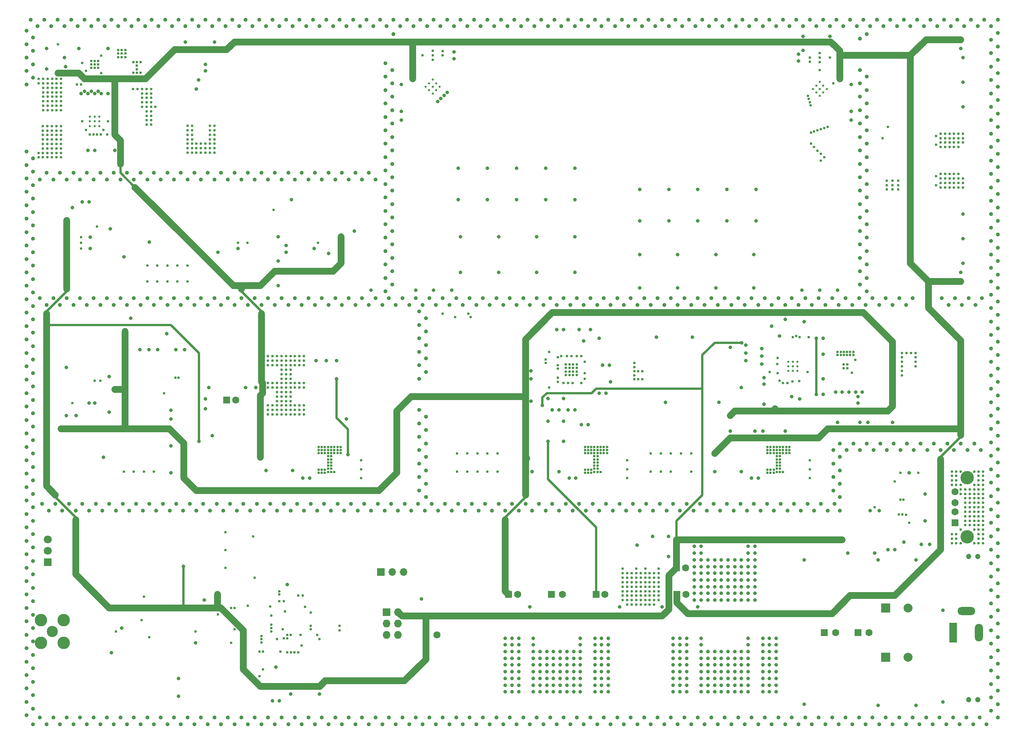
<source format=gbr>
G04 #@! TF.GenerationSoftware,KiCad,Pcbnew,(5.1.6)-1*
G04 #@! TF.CreationDate,2020-07-16T00:26:13+02:00*
G04 #@! TF.ProjectId,Hauptplatine,48617570-7470-46c6-9174-696e652e6b69,0*
G04 #@! TF.SameCoordinates,Original*
G04 #@! TF.FileFunction,Copper,L3,Inr*
G04 #@! TF.FilePolarity,Positive*
%FSLAX46Y46*%
G04 Gerber Fmt 4.6, Leading zero omitted, Abs format (unit mm)*
G04 Created by KiCad (PCBNEW (5.1.6)-1) date 2020-07-16 00:26:13*
%MOMM*%
%LPD*%
G01*
G04 APERTURE LIST*
G04 #@! TA.AperFunction,ViaPad*
%ADD10R,1.600000X1.600000*%
G04 #@! TD*
G04 #@! TA.AperFunction,ViaPad*
%ADD11C,1.600000*%
G04 #@! TD*
G04 #@! TA.AperFunction,ViaPad*
%ADD12C,0.600000*%
G04 #@! TD*
G04 #@! TA.AperFunction,ViaPad*
%ADD13C,0.500000*%
G04 #@! TD*
G04 #@! TA.AperFunction,ViaPad*
%ADD14R,1.700000X1.700000*%
G04 #@! TD*
G04 #@! TA.AperFunction,ViaPad*
%ADD15O,1.700000X1.700000*%
G04 #@! TD*
G04 #@! TA.AperFunction,ViaPad*
%ADD16O,4.000000X1.800000*%
G04 #@! TD*
G04 #@! TA.AperFunction,ViaPad*
%ADD17O,1.800000X4.000000*%
G04 #@! TD*
G04 #@! TA.AperFunction,ViaPad*
%ADD18R,1.800000X4.400000*%
G04 #@! TD*
G04 #@! TA.AperFunction,ViaPad*
%ADD19C,3.000000*%
G04 #@! TD*
G04 #@! TA.AperFunction,ViaPad*
%ADD20R,1.727200X1.727200*%
G04 #@! TD*
G04 #@! TA.AperFunction,ViaPad*
%ADD21O,1.727200X1.727200*%
G04 #@! TD*
G04 #@! TA.AperFunction,ViaPad*
%ADD22C,2.800000*%
G04 #@! TD*
G04 #@! TA.AperFunction,ViaPad*
%ADD23C,2.500000*%
G04 #@! TD*
G04 #@! TA.AperFunction,ViaPad*
%ADD24R,1.800000X1.800000*%
G04 #@! TD*
G04 #@! TA.AperFunction,ViaPad*
%ADD25C,1.800000*%
G04 #@! TD*
G04 #@! TA.AperFunction,ViaPad*
%ADD26R,2.000000X2.000000*%
G04 #@! TD*
G04 #@! TA.AperFunction,ViaPad*
%ADD27C,2.000000*%
G04 #@! TD*
G04 #@! TA.AperFunction,ViaPad*
%ADD28C,0.800000*%
G04 #@! TD*
G04 #@! TA.AperFunction,ViaPad*
%ADD29C,1.200000*%
G04 #@! TD*
G04 #@! TA.AperFunction,ViaPad*
%ADD30C,0.900000*%
G04 #@! TD*
G04 #@! TA.AperFunction,Conductor*
%ADD31C,1.500000*%
G04 #@! TD*
G04 #@! TA.AperFunction,Conductor*
%ADD32C,0.500000*%
G04 #@! TD*
G04 APERTURE END LIST*
D10*
X190750000Y-180500000D03*
D11*
X193250000Y-180500000D03*
D12*
X117500000Y-52250000D03*
X117500000Y-53000000D03*
X117500000Y-53750000D03*
X116750000Y-52250000D03*
X116750000Y-53000000D03*
X116750000Y-53750000D03*
X116000000Y-52250000D03*
X116000000Y-53000000D03*
X116000000Y-53750000D03*
D13*
X117800000Y-66800000D03*
X116750000Y-66800000D03*
X115700000Y-66800000D03*
X117800000Y-65750000D03*
X116750000Y-65750000D03*
X115700000Y-65750000D03*
X117800000Y-64700000D03*
X116750000Y-64700000D03*
X115700000Y-64700000D03*
X193805635Y-58000000D03*
X193027817Y-58777817D03*
X192250000Y-59555635D03*
X193027817Y-57222183D03*
X192250000Y-58000000D03*
X191472183Y-58777817D03*
X192250000Y-56444365D03*
X191472183Y-57222183D03*
X190694365Y-58000000D03*
X278750000Y-60055635D03*
X277972183Y-59277817D03*
X277194365Y-58500000D03*
X279527817Y-59277817D03*
X278750000Y-58500000D03*
X277972183Y-57722183D03*
X280305635Y-58500000D03*
X279527817Y-57722183D03*
X278750000Y-56944365D03*
X271750000Y-121500000D03*
X271750000Y-120500000D03*
X271750000Y-119500000D03*
X272750000Y-121500000D03*
X272750000Y-120500000D03*
X272750000Y-119500000D03*
X273750000Y-121500000D03*
X273750000Y-120500000D03*
X273750000Y-119500000D03*
D12*
X284075000Y-120075000D03*
X284925000Y-120075000D03*
X284075000Y-120925000D03*
X284925000Y-120925000D03*
D14*
X180710000Y-166500000D03*
D15*
X183250000Y-166500000D03*
X185790000Y-166500000D03*
D16*
X311500000Y-175200000D03*
D17*
X314300000Y-180000000D03*
D18*
X308500000Y-180000000D03*
D19*
X311710000Y-145430000D03*
X311710000Y-158570000D03*
D10*
X309000000Y-155500000D03*
D11*
X309000000Y-153000000D03*
X309000000Y-151000000D03*
X309000000Y-148500000D03*
D20*
X182000000Y-175460000D03*
D21*
X184540000Y-175460000D03*
X182000000Y-178000000D03*
X184540000Y-178000000D03*
X182000000Y-180540000D03*
X184540000Y-180540000D03*
D22*
X109790000Y-182290000D03*
X104710000Y-182290000D03*
X109790000Y-177210000D03*
X104710000Y-177210000D03*
D23*
X107250000Y-179750000D03*
D24*
X106250000Y-164290000D03*
D25*
X106250000Y-161750000D03*
X106250000Y-159210000D03*
D10*
X228750000Y-171500000D03*
D11*
X230750000Y-171500000D03*
D10*
X246750000Y-165500000D03*
D11*
X248750000Y-165500000D03*
D10*
X287250000Y-180000000D03*
D11*
X289750000Y-180000000D03*
D26*
X293500000Y-174500000D03*
D27*
X298500000Y-174500000D03*
D10*
X209250000Y-171500000D03*
D11*
X211250000Y-171500000D03*
D10*
X218750000Y-171500000D03*
D11*
X221250000Y-171500000D03*
D10*
X246850000Y-171500000D03*
D11*
X248850000Y-171500000D03*
D10*
X279750000Y-180000000D03*
D11*
X282250000Y-180000000D03*
D26*
X293500000Y-185500000D03*
D27*
X298500000Y-185500000D03*
D10*
X146250000Y-128000000D03*
D11*
X148250000Y-128000000D03*
D28*
X261287500Y-115250000D03*
X168250000Y-190812500D03*
X144187500Y-171500000D03*
X110500000Y-87937500D03*
X140062500Y-137250000D03*
X136562500Y-165200000D03*
X122750000Y-174500000D03*
X283750000Y-159312500D03*
X216787500Y-129250000D03*
X187787500Y-56250000D03*
X255250000Y-140000000D03*
X108537500Y-55000000D03*
X121250000Y-68750000D03*
X153750000Y-140812500D03*
X310250000Y-47500000D03*
X310250000Y-101500000D03*
X146250000Y-49750000D03*
X153750000Y-102500000D03*
X164500000Y-99250000D03*
X171812500Y-91500000D03*
X283212500Y-56250000D03*
X173312500Y-140250000D03*
X170750000Y-123250000D03*
X109250000Y-134437500D03*
X136687500Y-145500000D03*
X213250000Y-141062500D03*
X123500000Y-112687500D03*
X268787500Y-130000000D03*
X121250000Y-125687500D03*
X258750000Y-131500000D03*
X295000000Y-129500000D03*
X295000000Y-115000000D03*
D12*
X238750000Y-173750000D03*
X238750000Y-172750000D03*
X238750000Y-171750000D03*
X238750000Y-170750000D03*
X238750000Y-169750000D03*
X238750000Y-168750000D03*
X238750000Y-167750000D03*
X238750000Y-166750000D03*
X237750000Y-173750000D03*
X237750000Y-171750000D03*
X237750000Y-172750000D03*
X237750000Y-170750000D03*
X237750000Y-167750000D03*
X237750000Y-168750000D03*
X237750000Y-169750000D03*
X236750000Y-172750000D03*
X236750000Y-171750000D03*
X236750000Y-168750000D03*
X236750000Y-173750000D03*
X236750000Y-167750000D03*
X236750000Y-170750000D03*
X236750000Y-169750000D03*
X235750000Y-168750000D03*
X235750000Y-169750000D03*
X234750000Y-168750000D03*
X234750000Y-169750000D03*
X239750000Y-171750000D03*
X239750000Y-173750000D03*
X239750000Y-167750000D03*
X239750000Y-170750000D03*
X239750000Y-168750000D03*
X239750000Y-169750000D03*
X239750000Y-172750000D03*
X240750000Y-167750000D03*
X240750000Y-168750000D03*
X240750000Y-173750000D03*
X240750000Y-169750000D03*
X240750000Y-170750000D03*
X240750000Y-172750000D03*
X240750000Y-171750000D03*
X239750000Y-165750000D03*
X237750000Y-165750000D03*
X242750000Y-165750000D03*
X234750000Y-165750000D03*
X242750000Y-171750000D03*
X242750000Y-170750000D03*
X242750000Y-168750000D03*
X242750000Y-166750000D03*
X242750000Y-169750000D03*
X242750000Y-167750000D03*
X242750000Y-172750000D03*
X241750000Y-170750000D03*
X241750000Y-171750000D03*
X241750000Y-173750000D03*
X241750000Y-172750000D03*
X241750000Y-166750000D03*
X241750000Y-168750000D03*
X241750000Y-169750000D03*
X241750000Y-167750000D03*
X240750000Y-166750000D03*
X239750000Y-166750000D03*
X234750000Y-172750000D03*
X234750000Y-170750000D03*
X234750000Y-167750000D03*
X234750000Y-166750000D03*
X234750000Y-171750000D03*
X235750000Y-167750000D03*
X235750000Y-171750000D03*
X235750000Y-166750000D03*
X235750000Y-172750000D03*
X235750000Y-170750000D03*
X235750000Y-173750000D03*
X236750000Y-166750000D03*
X237750000Y-166750000D03*
D28*
X218000000Y-137250000D03*
D12*
X292750000Y-69537500D03*
X150865000Y-92885000D03*
X166635000Y-92885000D03*
X276750000Y-68250000D03*
X276750000Y-70750000D03*
X277500000Y-68000014D03*
X277500000Y-71500000D03*
X278250000Y-67750000D03*
X278250000Y-72325010D03*
X279000000Y-67500000D03*
X278999990Y-73000000D03*
X279750000Y-67250000D03*
X279750000Y-73750000D03*
X280500000Y-67000000D03*
X279000000Y-74500000D03*
X200750000Y-109500000D03*
X197250000Y-109500000D03*
X154000000Y-180750000D03*
X194500000Y-108750000D03*
X200250000Y-108750000D03*
X154000000Y-181500000D03*
X154000000Y-182250000D03*
X281750000Y-57250000D03*
X278750000Y-54250000D03*
X113750000Y-57500000D03*
X108537500Y-48500000D03*
X121500000Y-179750000D03*
X116790000Y-123750000D03*
X130000000Y-144000000D03*
X158250000Y-184250000D03*
X154400000Y-188200000D03*
X154400000Y-184250000D03*
X159750000Y-180500000D03*
X162250000Y-171750000D03*
X125500000Y-144000000D03*
X113750000Y-94155000D03*
X153600000Y-184250000D03*
X153600000Y-189750000D03*
X204500000Y-144000000D03*
X155950000Y-174150000D03*
X151000000Y-174000000D03*
X123250000Y-144000000D03*
X127250000Y-177250000D03*
X127750000Y-144000000D03*
X129000000Y-181000000D03*
X113750000Y-92885000D03*
X127750000Y-172000000D03*
X202250000Y-144000000D03*
X156250000Y-176250000D03*
X204500000Y-140000000D03*
X220250000Y-120250000D03*
X206750000Y-144000000D03*
X156250000Y-179000000D03*
X202250000Y-140000000D03*
X217500000Y-119750000D03*
X200000000Y-144000000D03*
X156250000Y-178250000D03*
X206750000Y-140000000D03*
X218250000Y-125250000D03*
X217500000Y-119000000D03*
X200000000Y-140000000D03*
X197750000Y-144000000D03*
X156250000Y-179750000D03*
X247750000Y-140000000D03*
X270500000Y-124250000D03*
X197750000Y-140000000D03*
X218250000Y-117250000D03*
X243250000Y-144000000D03*
X159750000Y-181250000D03*
X245500000Y-144000000D03*
X158000000Y-170750000D03*
X147250000Y-182310000D03*
X147250000Y-174500000D03*
X241000000Y-144000000D03*
X159000000Y-181250000D03*
X152500000Y-167750000D03*
X250000000Y-144000000D03*
X158000000Y-171500000D03*
X148000000Y-174500000D03*
X148000000Y-179250000D03*
X158000000Y-173000000D03*
X300750000Y-144250000D03*
X296750000Y-144250000D03*
X159000000Y-173000000D03*
X171500000Y-179500000D03*
X163750000Y-174250000D03*
X171500000Y-178500000D03*
X165000008Y-175500000D03*
X152200000Y-158500000D03*
X160500000Y-180500000D03*
X163250000Y-171750000D03*
X156750000Y-85500000D03*
X112750000Y-57500000D03*
X117250000Y-89250000D03*
X298702500Y-155500000D03*
X291000000Y-152000000D03*
X111750000Y-128750000D03*
X167000000Y-181500000D03*
X118060000Y-123750000D03*
X166500000Y-180500000D03*
X144250000Y-175960000D03*
X139250000Y-179770000D03*
X159800000Y-184400000D03*
X135250000Y-101500000D03*
X160600000Y-184400000D03*
X133000000Y-101500000D03*
X161400000Y-184400000D03*
X130750000Y-101500000D03*
X162200000Y-184400000D03*
X128500000Y-101500000D03*
X163000000Y-182900000D03*
X137500000Y-101500000D03*
X296400000Y-153600000D03*
X158750000Y-179250000D03*
X113750000Y-91615000D03*
X165000000Y-178500000D03*
X192250000Y-51000000D03*
D28*
X294000000Y-161500000D03*
X295500000Y-161500000D03*
X159500000Y-95000000D03*
X208500000Y-181250000D03*
D29*
X314000000Y-163000000D03*
D28*
X156500000Y-195250000D03*
X115500000Y-83750000D03*
D12*
X159500000Y-125250000D03*
X222050000Y-120050000D03*
X282750000Y-118000000D03*
X168900000Y-139900000D03*
D28*
X163250000Y-145500000D03*
X222750000Y-145500000D03*
X224250000Y-145500000D03*
X263500000Y-145500000D03*
X287250000Y-127250000D03*
D12*
X126200000Y-54100000D03*
D30*
X104500000Y-199000000D03*
X106000000Y-200500000D03*
X107500000Y-199000000D03*
X103000000Y-200500000D03*
X101500000Y-198500000D03*
X103000000Y-197000000D03*
X101500000Y-195500000D03*
X317000000Y-197500000D03*
X318500000Y-196000000D03*
X317000000Y-194500000D03*
X317000000Y-191500000D03*
X317000000Y-188500000D03*
X317000000Y-185500000D03*
X317000000Y-182500000D03*
X317000000Y-179500000D03*
X317000000Y-176500000D03*
X317000000Y-173500000D03*
X317000000Y-170500000D03*
X317000000Y-167500000D03*
X317000000Y-164500000D03*
X317000000Y-161500000D03*
X317000000Y-158500000D03*
X317000000Y-155500000D03*
X317000000Y-152500000D03*
X317000000Y-149500000D03*
X317000000Y-146500000D03*
X317000000Y-143500000D03*
X317000000Y-140500000D03*
X317000000Y-137500000D03*
X317000000Y-134500000D03*
X317000000Y-131500000D03*
X317000000Y-128500000D03*
X317000000Y-125500000D03*
X317000000Y-122500000D03*
X317000000Y-119500000D03*
X317000000Y-116500000D03*
X317000000Y-113500000D03*
X317000000Y-110500000D03*
X317000000Y-107500000D03*
X317000000Y-104500000D03*
X317000000Y-101500000D03*
X317000000Y-98500000D03*
X317000000Y-95500000D03*
X317000000Y-92500000D03*
X317000000Y-89500000D03*
X317000000Y-86500000D03*
X317000000Y-83500000D03*
X317000000Y-80500000D03*
X317000000Y-77500000D03*
X317000000Y-74500000D03*
X317000000Y-71500000D03*
X317000000Y-68500000D03*
X317000000Y-65500000D03*
X317000000Y-62500000D03*
X317000000Y-59500000D03*
X317000000Y-56500000D03*
X317000000Y-53500000D03*
X317000000Y-50500000D03*
X317000000Y-47500000D03*
X317000000Y-44500000D03*
X318500000Y-193000000D03*
X318500000Y-190000000D03*
X318500000Y-187000000D03*
X318500000Y-184000000D03*
X318500000Y-181000000D03*
X318500000Y-178000000D03*
X318500000Y-175000000D03*
X318500000Y-172000000D03*
X318500000Y-169000000D03*
X318500000Y-166000000D03*
X318500000Y-163000000D03*
X318500000Y-160000000D03*
X318500000Y-157000000D03*
X318500000Y-154000000D03*
X318500000Y-151000000D03*
X318500000Y-148000000D03*
X318500000Y-145000000D03*
X318500000Y-142000000D03*
X318500000Y-139000000D03*
X318500000Y-136000000D03*
X318500000Y-133000000D03*
X318500000Y-130000000D03*
X318500000Y-127000000D03*
X318500000Y-124000000D03*
X318500000Y-121000000D03*
X318500000Y-118000000D03*
X318500000Y-115000000D03*
X318500000Y-112000000D03*
X318500000Y-109000000D03*
X318500000Y-106000000D03*
X318500000Y-103000000D03*
X318500000Y-100000000D03*
X318500000Y-97000000D03*
X318500000Y-94000000D03*
X318500000Y-91000000D03*
X318500000Y-88000000D03*
X318500000Y-85000000D03*
X318500000Y-82000000D03*
X318500000Y-79000000D03*
X318500000Y-76000000D03*
X318500000Y-73000000D03*
X318500000Y-70000000D03*
X318500000Y-67000000D03*
X318500000Y-64000000D03*
X318500000Y-61000000D03*
X318500000Y-58000000D03*
X318500000Y-55000000D03*
X318500000Y-52000000D03*
X318500000Y-49000000D03*
X318500000Y-46000000D03*
X318500000Y-43000000D03*
X314000000Y-44500000D03*
X311000000Y-44500000D03*
X308000000Y-44500000D03*
X305000000Y-44500000D03*
X302000000Y-44500000D03*
X299000000Y-44500000D03*
X296000000Y-44500000D03*
X293000000Y-44500000D03*
X290000000Y-44500000D03*
X287000000Y-44500000D03*
X284000000Y-44500000D03*
X281000000Y-44500000D03*
X278000000Y-44500000D03*
X275000000Y-44500000D03*
X272000000Y-44500000D03*
X269000000Y-44500000D03*
X266000000Y-44500000D03*
X263000000Y-44500000D03*
X260000000Y-44500000D03*
X257000000Y-44500000D03*
X254000000Y-44500000D03*
X251000000Y-44500000D03*
X248000000Y-44500000D03*
X245000000Y-44500000D03*
X242000000Y-44500000D03*
X239000000Y-44500000D03*
X236000000Y-44500000D03*
X233000000Y-44500000D03*
X230000000Y-44500000D03*
X227000000Y-44500000D03*
X224000000Y-44500000D03*
X221000000Y-44500000D03*
X218000000Y-44500000D03*
X215000000Y-44500000D03*
X212000000Y-44500000D03*
X209000000Y-44500000D03*
X206000000Y-44500000D03*
X203000000Y-44500000D03*
X200000000Y-44500000D03*
X197000000Y-44500000D03*
X194000000Y-44500000D03*
X191000000Y-44500000D03*
X188000000Y-44500000D03*
X185000000Y-44500000D03*
X182000000Y-44500000D03*
X179000000Y-44500000D03*
X176000000Y-44500000D03*
X173000000Y-44500000D03*
X170000000Y-44500000D03*
X167000000Y-44500000D03*
X164000000Y-44500000D03*
X161000000Y-44500000D03*
X158000000Y-44500000D03*
X155000000Y-44500000D03*
X152000000Y-44500000D03*
X149000000Y-44500000D03*
X146000000Y-44500000D03*
X143000000Y-44500000D03*
X140000000Y-44500000D03*
X137000000Y-44500000D03*
X134000000Y-44500000D03*
X131000000Y-44500000D03*
X128000000Y-44500000D03*
X125000000Y-44500000D03*
X122000000Y-44500000D03*
X119000000Y-44500000D03*
X116000000Y-44500000D03*
X113000000Y-44500000D03*
X110000000Y-44500000D03*
X107000000Y-44500000D03*
X315500000Y-43000000D03*
X312500000Y-43000000D03*
X309500000Y-43000000D03*
X306500000Y-43000000D03*
X303500000Y-43000000D03*
X300500000Y-43000000D03*
X297500000Y-43000000D03*
X294500000Y-43000000D03*
X291500000Y-43000000D03*
X288500000Y-43000000D03*
X285500000Y-43000000D03*
X282500000Y-43000000D03*
X279500000Y-43000000D03*
X276500000Y-43000000D03*
X273500000Y-43000000D03*
X270500000Y-43000000D03*
X267500000Y-43000000D03*
X264500000Y-43000000D03*
X261500000Y-43000000D03*
X258500000Y-43000000D03*
X255500000Y-43000000D03*
X252500000Y-43000000D03*
X249500000Y-43000000D03*
X246500000Y-43000000D03*
X243500000Y-43000000D03*
X240500000Y-43000000D03*
X237500000Y-43000000D03*
X234500000Y-43000000D03*
X231500000Y-43000000D03*
X228500000Y-43000000D03*
X225500000Y-43000000D03*
X222500000Y-43000000D03*
X219500000Y-43000000D03*
X216500000Y-43000000D03*
X213500000Y-43000000D03*
X210500000Y-43000000D03*
X207500000Y-43000000D03*
X204500000Y-43000000D03*
X201500000Y-43000000D03*
X198500000Y-43000000D03*
X195500000Y-43000000D03*
X192500000Y-43000000D03*
X189500000Y-43000000D03*
X186500000Y-43000000D03*
X183500000Y-43000000D03*
X180500000Y-43000000D03*
X177500000Y-43000000D03*
X174500000Y-43000000D03*
X171500000Y-43000000D03*
X168500000Y-43000000D03*
X165500000Y-43000000D03*
X162500000Y-43000000D03*
X159500000Y-43000000D03*
X156500000Y-43000000D03*
X153500000Y-43000000D03*
X150500000Y-43000000D03*
X147500000Y-43000000D03*
X144500000Y-43000000D03*
X141500000Y-43000000D03*
X138500000Y-43000000D03*
X135500000Y-43000000D03*
X132500000Y-43000000D03*
X129500000Y-43000000D03*
X126500000Y-43000000D03*
X123500000Y-43000000D03*
X120500000Y-43000000D03*
X117500000Y-43000000D03*
X114500000Y-43000000D03*
X111500000Y-43000000D03*
X108500000Y-43000000D03*
X105500000Y-43000000D03*
X103000000Y-194000000D03*
X103000000Y-191000000D03*
X103000000Y-188000000D03*
X103000000Y-185000000D03*
X103000000Y-182000000D03*
X103000000Y-179000000D03*
X103000000Y-176000000D03*
X103000000Y-173000000D03*
X103000000Y-170000000D03*
X103000000Y-167000000D03*
X103000000Y-164000000D03*
X103000000Y-161000000D03*
X103000000Y-158000000D03*
X103000000Y-155000000D03*
X103000000Y-152000000D03*
X103000000Y-149000000D03*
X103000000Y-146000000D03*
X103000000Y-143000000D03*
X103000000Y-140000000D03*
X103000000Y-137000000D03*
X103000000Y-134000000D03*
X103000000Y-131000000D03*
X103000000Y-128000000D03*
X103000000Y-125000000D03*
X103000000Y-122000000D03*
X103000000Y-119000000D03*
X103000000Y-116000000D03*
X103000000Y-113000000D03*
X103000000Y-110000000D03*
X103000000Y-107000000D03*
X103000000Y-104000000D03*
X103000000Y-101000000D03*
X103000000Y-98000000D03*
X103000000Y-95000000D03*
X103000000Y-92000000D03*
X103000000Y-89000000D03*
X103000000Y-86000000D03*
X103000000Y-83000000D03*
X103000000Y-80000000D03*
X103000000Y-74000000D03*
X101500000Y-192500000D03*
X101500000Y-189500000D03*
X101500000Y-186500000D03*
X101500000Y-183500000D03*
X101500000Y-180500000D03*
X101500000Y-177500000D03*
X101500000Y-174500000D03*
X101500000Y-171500000D03*
X101500000Y-168500000D03*
X101500000Y-165500000D03*
X101500000Y-162500000D03*
X101500000Y-159500000D03*
X101500000Y-156500000D03*
X101500000Y-153500000D03*
X101500000Y-150500000D03*
X101500000Y-147500000D03*
X101500000Y-144500000D03*
X101500000Y-141500000D03*
X101500000Y-138500000D03*
X101500000Y-135500000D03*
X101500000Y-132500000D03*
X101500000Y-129500000D03*
X101500000Y-126500000D03*
X101500000Y-123500000D03*
X101500000Y-120500000D03*
X101500000Y-117500000D03*
X101500000Y-114500000D03*
X101500000Y-111500000D03*
X101500000Y-108500000D03*
X101500000Y-105500000D03*
X101500000Y-102500000D03*
X101500000Y-99500000D03*
X101500000Y-96500000D03*
X101500000Y-93500000D03*
X101500000Y-90500000D03*
X101500000Y-87500000D03*
X101500000Y-84500000D03*
X101500000Y-81500000D03*
X101500000Y-78500000D03*
X101500000Y-75500000D03*
X101500000Y-72500000D03*
X103000000Y-53000000D03*
X103000000Y-50000000D03*
X103000000Y-47000000D03*
X101500000Y-48500000D03*
X101500000Y-45500000D03*
X101500000Y-51500000D03*
X102500000Y-43000000D03*
X101500000Y-54500000D03*
X104000000Y-44500000D03*
X103000000Y-56000000D03*
X101500000Y-57500000D03*
X109000000Y-200500000D03*
X112000000Y-200500000D03*
X115000000Y-200500000D03*
X118000000Y-200500000D03*
X121000000Y-200500000D03*
X124000000Y-200500000D03*
X127000000Y-200500000D03*
X130000000Y-200500000D03*
X133000000Y-200500000D03*
X136000000Y-200500000D03*
X139000000Y-200500000D03*
X142000000Y-200500000D03*
X145000000Y-200500000D03*
X148000000Y-200500000D03*
X151000000Y-200500000D03*
X154000000Y-200500000D03*
X157000000Y-200500000D03*
X160000000Y-200500000D03*
X163000000Y-200500000D03*
X166000000Y-200500000D03*
X169000000Y-200500000D03*
X172000000Y-200500000D03*
X175000000Y-200500000D03*
X178000000Y-200500000D03*
X181000000Y-200500000D03*
X184000000Y-200500000D03*
X187000000Y-200500000D03*
X190000000Y-200500000D03*
X193000000Y-200500000D03*
X196000000Y-200500000D03*
X199000000Y-200500000D03*
X202000000Y-200500000D03*
X205000000Y-200500000D03*
X208000000Y-200500000D03*
X211000000Y-200500000D03*
X214000000Y-200500000D03*
X217000000Y-200500000D03*
X220000000Y-200500000D03*
X223000000Y-200500000D03*
X226000000Y-200500000D03*
X229000000Y-200500000D03*
X232000000Y-200500000D03*
X235000000Y-200500000D03*
X238000000Y-200500000D03*
X241000000Y-200500000D03*
X244000000Y-200500000D03*
X247000000Y-200500000D03*
X250000000Y-200500000D03*
X253000000Y-200500000D03*
X256000000Y-200500000D03*
X259000000Y-200500000D03*
X262000000Y-200500000D03*
X265000000Y-200500000D03*
X268000000Y-200500000D03*
X271000000Y-200500000D03*
X274000000Y-200500000D03*
X277000000Y-200500000D03*
X280000000Y-200500000D03*
X283000000Y-200500000D03*
X286000000Y-200500000D03*
X289000000Y-200500000D03*
X292000000Y-200500000D03*
X295000000Y-200500000D03*
X298000000Y-200500000D03*
X301000000Y-200500000D03*
X304000000Y-200500000D03*
X307000000Y-200500000D03*
X310000000Y-200500000D03*
X313000000Y-200500000D03*
X316000000Y-200500000D03*
X318500000Y-199000000D03*
X110500000Y-199000000D03*
X113500000Y-199000000D03*
X116500000Y-199000000D03*
X119500000Y-199000000D03*
X122500000Y-199000000D03*
X125500000Y-199000000D03*
X128500000Y-199000000D03*
X131500000Y-199000000D03*
X134500000Y-199000000D03*
X137500000Y-199000000D03*
X140500000Y-199000000D03*
X143500000Y-199000000D03*
X146500000Y-199000000D03*
X149500000Y-199000000D03*
X152500000Y-199000000D03*
X155500000Y-199000000D03*
X158500000Y-199000000D03*
X161500000Y-199000000D03*
X164500000Y-199000000D03*
X167500000Y-199000000D03*
X170500000Y-199000000D03*
X173500000Y-199000000D03*
X176500000Y-199000000D03*
X179500000Y-199000000D03*
X182500000Y-199000000D03*
X185500000Y-199000000D03*
X188500000Y-199000000D03*
X191500000Y-199000000D03*
X194500000Y-199000000D03*
X197500000Y-199000000D03*
X200500000Y-199000000D03*
X203500000Y-199000000D03*
X206500000Y-199000000D03*
X209500000Y-199000000D03*
X212500000Y-199000000D03*
X215500000Y-199000000D03*
X218500000Y-199000000D03*
X221500000Y-199000000D03*
X224500000Y-199000000D03*
X227500000Y-199000000D03*
X230500000Y-199000000D03*
X233500000Y-199000000D03*
X236500000Y-199000000D03*
X239500000Y-199000000D03*
X242500000Y-199000000D03*
X245500000Y-199000000D03*
X248500000Y-199000000D03*
X251500000Y-199000000D03*
X254500000Y-199000000D03*
X257500000Y-199000000D03*
X260500000Y-199000000D03*
X263500000Y-199000000D03*
X266500000Y-199000000D03*
X269500000Y-199000000D03*
X272500000Y-199000000D03*
X275500000Y-199000000D03*
X278500000Y-199000000D03*
X281500000Y-199000000D03*
X284500000Y-199000000D03*
X287500000Y-199000000D03*
X290500000Y-199000000D03*
X293500000Y-199000000D03*
X296500000Y-199000000D03*
X299500000Y-199000000D03*
X302500000Y-199000000D03*
X305500000Y-199000000D03*
X308500000Y-199000000D03*
X311500000Y-199000000D03*
X314500000Y-199000000D03*
X105000000Y-151250000D03*
X106500000Y-152750000D03*
X108000000Y-151250000D03*
X130500000Y-152750000D03*
X109500000Y-152750000D03*
X121500000Y-152750000D03*
X127500000Y-152750000D03*
X169500000Y-152750000D03*
X142500000Y-152750000D03*
X202500000Y-152750000D03*
X166500000Y-152750000D03*
X208500000Y-152750000D03*
X193500000Y-152750000D03*
X112500000Y-152750000D03*
X178500000Y-152750000D03*
X196500000Y-152750000D03*
X157500000Y-152750000D03*
X205500000Y-152750000D03*
X214500000Y-152750000D03*
X217500000Y-152750000D03*
X238500000Y-152750000D03*
X241500000Y-152750000D03*
X175500000Y-152750000D03*
X184500000Y-152750000D03*
X151500000Y-152750000D03*
X220500000Y-152750000D03*
X124500000Y-152750000D03*
X247500000Y-152750000D03*
X187500000Y-152750000D03*
X118500000Y-152750000D03*
X211500000Y-152750000D03*
X250500000Y-152750000D03*
X154500000Y-152750000D03*
X136500000Y-152750000D03*
X181500000Y-152750000D03*
X232500000Y-152750000D03*
X259500000Y-152750000D03*
X262500000Y-152750000D03*
X265500000Y-152750000D03*
X268500000Y-152750000D03*
X139500000Y-152750000D03*
X148500000Y-152750000D03*
X172500000Y-152750000D03*
X190500000Y-152750000D03*
X199500000Y-152750000D03*
X163500000Y-152750000D03*
X223500000Y-152750000D03*
X115500000Y-152750000D03*
X160500000Y-152750000D03*
X235500000Y-152750000D03*
X226500000Y-152750000D03*
X244500000Y-152750000D03*
X133500000Y-152750000D03*
X229500000Y-152750000D03*
X253500000Y-152750000D03*
X256500000Y-152750000D03*
X145500000Y-152750000D03*
X147000000Y-151250000D03*
X150000000Y-151250000D03*
X153000000Y-151250000D03*
X111000000Y-151250000D03*
X114000000Y-151250000D03*
X123000000Y-151250000D03*
X126000000Y-151250000D03*
X129000000Y-151250000D03*
X138000000Y-151250000D03*
X117000000Y-151250000D03*
X135000000Y-151250000D03*
X141000000Y-151250000D03*
X120000000Y-151250000D03*
X132000000Y-151250000D03*
X144000000Y-151250000D03*
X171000000Y-151250000D03*
X174000000Y-151250000D03*
X156000000Y-151250000D03*
X162000000Y-151250000D03*
X159000000Y-151250000D03*
X165000000Y-151250000D03*
X168000000Y-151250000D03*
X255000000Y-151250000D03*
X258000000Y-151250000D03*
X246000000Y-151250000D03*
X204000000Y-151250000D03*
X264000000Y-151250000D03*
X267000000Y-151250000D03*
X180000000Y-151250000D03*
X192000000Y-151250000D03*
X252000000Y-151250000D03*
X261000000Y-151250000D03*
X270000000Y-151250000D03*
X186000000Y-151250000D03*
X213000000Y-151250000D03*
X216000000Y-151250000D03*
X228000000Y-151250000D03*
X234000000Y-151250000D03*
X231000000Y-151250000D03*
X198000000Y-151250000D03*
X207000000Y-151250000D03*
X195000000Y-151250000D03*
X183000000Y-151250000D03*
X189000000Y-151250000D03*
X222000000Y-151250000D03*
X240000000Y-151250000D03*
X249000000Y-151250000D03*
X201000000Y-151250000D03*
X177000000Y-151250000D03*
X225000000Y-151250000D03*
X219000000Y-151250000D03*
X237000000Y-151250000D03*
X210000000Y-151250000D03*
X243000000Y-151250000D03*
X271500000Y-152750000D03*
X277500000Y-152750000D03*
X280500000Y-152750000D03*
X274500000Y-152750000D03*
X276000000Y-151250000D03*
X282000000Y-151250000D03*
X273000000Y-151250000D03*
X279000000Y-151250000D03*
X283250000Y-149750000D03*
X281750000Y-148250000D03*
X283250000Y-146750000D03*
X281750000Y-145250000D03*
X283250000Y-143750000D03*
X281750000Y-142250000D03*
X283250000Y-140750000D03*
X281750000Y-139250000D03*
X283250000Y-137750000D03*
X284750000Y-139250000D03*
X287750000Y-139250000D03*
X286250000Y-137750000D03*
X290750000Y-139250000D03*
X292250000Y-137750000D03*
X293750000Y-139250000D03*
X289250000Y-137750000D03*
X296750000Y-139250000D03*
X304250000Y-137750000D03*
X301250000Y-137750000D03*
X298250000Y-137750000D03*
X299750000Y-139250000D03*
X302750000Y-139250000D03*
X305750000Y-139250000D03*
X295250000Y-137750000D03*
X313250000Y-137750000D03*
X311750000Y-139250000D03*
X310250000Y-137750000D03*
X307250000Y-137750000D03*
X308750000Y-139250000D03*
X314750000Y-139250000D03*
X289000000Y-106750000D03*
X286000000Y-106750000D03*
X287500000Y-105250000D03*
X296500000Y-105250000D03*
X292000000Y-106750000D03*
X290500000Y-105250000D03*
X307500000Y-106750000D03*
X309000000Y-105250000D03*
X295000000Y-106750000D03*
X293500000Y-105250000D03*
X299500000Y-105250000D03*
X306000000Y-105250000D03*
X315000000Y-105250000D03*
X313500000Y-106750000D03*
X310500000Y-106750000D03*
X312000000Y-105250000D03*
X103000000Y-77000000D03*
X176500000Y-78750000D03*
X170500000Y-78750000D03*
X146500000Y-78750000D03*
X107500000Y-78750000D03*
X125500000Y-78750000D03*
X122500000Y-78750000D03*
X140500000Y-78750000D03*
X164500000Y-78750000D03*
X128500000Y-78750000D03*
X149500000Y-78750000D03*
X104500000Y-78750000D03*
X137500000Y-78750000D03*
X119500000Y-78750000D03*
X116500000Y-78750000D03*
X151000000Y-77250000D03*
X133000000Y-77250000D03*
X139000000Y-77250000D03*
X124000000Y-77250000D03*
X152500000Y-78750000D03*
X121000000Y-77250000D03*
X136000000Y-77250000D03*
X160000000Y-77250000D03*
X127000000Y-77250000D03*
X155500000Y-78750000D03*
X134500000Y-78750000D03*
X109000000Y-77250000D03*
X173500000Y-78750000D03*
X118000000Y-77250000D03*
X167500000Y-78750000D03*
X106000000Y-77250000D03*
X143500000Y-78750000D03*
X110500000Y-78750000D03*
X161500000Y-78750000D03*
X130000000Y-77250000D03*
X166000000Y-77250000D03*
X157000000Y-77250000D03*
X175000000Y-77250000D03*
X113500000Y-78750000D03*
X172000000Y-77250000D03*
X163000000Y-77250000D03*
X158500000Y-78750000D03*
X148000000Y-77250000D03*
X145000000Y-77250000D03*
X131500000Y-78750000D03*
X178000000Y-77250000D03*
X169000000Y-77250000D03*
X154000000Y-77250000D03*
X112000000Y-77250000D03*
X142000000Y-77250000D03*
X115000000Y-77250000D03*
X179500000Y-78750000D03*
X183500000Y-46250000D03*
X181750000Y-79750000D03*
X181750000Y-76750000D03*
X183250000Y-78250000D03*
X183250000Y-72250000D03*
X181750000Y-70750000D03*
X181750000Y-73750000D03*
X183250000Y-75250000D03*
X183250000Y-54250000D03*
X183250000Y-69250000D03*
X181750000Y-64750000D03*
X181750000Y-58750000D03*
X183250000Y-63250000D03*
X183250000Y-66250000D03*
X181750000Y-52750000D03*
X183250000Y-57250000D03*
X181750000Y-61750000D03*
X181750000Y-67750000D03*
X181750000Y-55750000D03*
X183250000Y-60250000D03*
D28*
X137000000Y-48000000D03*
X143500000Y-48000000D03*
D12*
X129350000Y-62500000D03*
X130350000Y-62500000D03*
X128350000Y-62500000D03*
X129350000Y-66500000D03*
X128350000Y-66500000D03*
X129350000Y-65500000D03*
X128350000Y-65500000D03*
X128350000Y-64500000D03*
X129350000Y-64500000D03*
X129350000Y-63500000D03*
X128350000Y-63500000D03*
X127350000Y-62500000D03*
X128350000Y-61500000D03*
X129350000Y-61500000D03*
X127350000Y-61500000D03*
X128350000Y-60500000D03*
X127350000Y-60500000D03*
X129350000Y-60500000D03*
X129350000Y-59500000D03*
X128350000Y-59500000D03*
X127350000Y-59500000D03*
X128350000Y-58500000D03*
X129350000Y-58500000D03*
X127350000Y-58500000D03*
X126350000Y-58500000D03*
X125350000Y-58500000D03*
X138500000Y-66750000D03*
X137500000Y-66750000D03*
X137500000Y-67750000D03*
X138500000Y-67750000D03*
X137500000Y-68750000D03*
X138500000Y-68750000D03*
X137500000Y-69750000D03*
X138500000Y-69750000D03*
X138500000Y-70750000D03*
X137500000Y-71750000D03*
X138500000Y-71750000D03*
X137500000Y-70750000D03*
X138500000Y-72750000D03*
X137500000Y-72750000D03*
X140500000Y-72750000D03*
X139500000Y-72750000D03*
X140500000Y-71750000D03*
X140500000Y-70750000D03*
X139500000Y-71750000D03*
X139500000Y-70750000D03*
X142500000Y-70750000D03*
X141500000Y-70750000D03*
X142500000Y-71750000D03*
X141500000Y-72750000D03*
X142500000Y-72750000D03*
X141500000Y-71750000D03*
X143500000Y-72750000D03*
X143500000Y-66750000D03*
X143500000Y-67750000D03*
X143500000Y-69750000D03*
X143500000Y-71750000D03*
X143500000Y-68750000D03*
X143500000Y-70750000D03*
X142500000Y-67750000D03*
X142500000Y-66750000D03*
X142500000Y-69750000D03*
X142500000Y-68750000D03*
X118700000Y-67700000D03*
X114000000Y-65750000D03*
X114800000Y-67700000D03*
D28*
X113750000Y-59500000D03*
X116000000Y-59000000D03*
X116750000Y-59500000D03*
X117500000Y-59000000D03*
X118250000Y-59500000D03*
X119750000Y-59500000D03*
X115250000Y-72250000D03*
X121250000Y-72250000D03*
X119750000Y-49500000D03*
X113250000Y-49500000D03*
X106000000Y-49500000D03*
X106000000Y-54000000D03*
X110250000Y-53500000D03*
D12*
X126200000Y-53300000D03*
X126200000Y-52500000D03*
X125400000Y-52500000D03*
X127000000Y-52500000D03*
X125400000Y-54900000D03*
X126200000Y-54900000D03*
X127000000Y-54900000D03*
D28*
X198000000Y-76250000D03*
X204500000Y-76250000D03*
X211000000Y-76250000D03*
X217500000Y-76250000D03*
X224000000Y-76250000D03*
X198000000Y-83250000D03*
X204500000Y-83250000D03*
X211000000Y-83250000D03*
X217500000Y-83250000D03*
X224000000Y-83250000D03*
X198500000Y-91500000D03*
X207000000Y-91500000D03*
X215500000Y-91500000D03*
X224000000Y-91500000D03*
X198500000Y-99500000D03*
X207000000Y-99500000D03*
X215500000Y-99500000D03*
X224000000Y-99500000D03*
X238500000Y-81000000D03*
X245000000Y-81000000D03*
X251500000Y-81000000D03*
X258000000Y-81000000D03*
X264500000Y-81000000D03*
X238500000Y-88000000D03*
X245000000Y-88000000D03*
X251500000Y-88000000D03*
X258000000Y-88000000D03*
X264500000Y-88000000D03*
X238500000Y-95500000D03*
X247000000Y-95500000D03*
X255500000Y-95500000D03*
X264000000Y-95500000D03*
X238500000Y-103000000D03*
X247000000Y-103000000D03*
X255500000Y-103000000D03*
X264000000Y-103000000D03*
X141500000Y-54500000D03*
X141500000Y-53000000D03*
D30*
X287750000Y-47250000D03*
X287750000Y-84250000D03*
X287750000Y-87250000D03*
X287750000Y-81250000D03*
X287750000Y-78250000D03*
X287750000Y-102250000D03*
X287750000Y-57250000D03*
X289250000Y-46250000D03*
X287750000Y-72250000D03*
X287750000Y-99250000D03*
X287750000Y-93250000D03*
X287750000Y-75250000D03*
X287750000Y-69250000D03*
X287750000Y-90250000D03*
X287750000Y-60250000D03*
X287750000Y-96250000D03*
X287750000Y-66250000D03*
X287750000Y-63250000D03*
X289250000Y-61750000D03*
X289250000Y-94750000D03*
X289250000Y-103750000D03*
X289250000Y-88750000D03*
X289250000Y-67750000D03*
X289250000Y-97750000D03*
X289250000Y-70750000D03*
X289250000Y-76750000D03*
X289250000Y-100750000D03*
X289250000Y-91750000D03*
X289250000Y-64750000D03*
X289250000Y-85750000D03*
X289250000Y-58750000D03*
X289250000Y-79750000D03*
X289250000Y-82750000D03*
X289250000Y-73750000D03*
X289250000Y-55750000D03*
X287750000Y-54250000D03*
D28*
X310750000Y-92000000D03*
X310750000Y-97500000D03*
X310750000Y-86500000D03*
X310750000Y-62500000D03*
X310750000Y-57000000D03*
D12*
X293750000Y-79000000D03*
X295000000Y-79000000D03*
X296250000Y-79000000D03*
X296250000Y-80000000D03*
X295000000Y-80000000D03*
X293750000Y-80000000D03*
X295000000Y-81000000D03*
X296250000Y-81000000D03*
X293750000Y-81000000D03*
X305750000Y-69500000D03*
X307750000Y-71500000D03*
X306750000Y-69500000D03*
X306750000Y-71500000D03*
X308750000Y-70500000D03*
X305750000Y-70500000D03*
X307750000Y-70500000D03*
X308750000Y-71500000D03*
X305750000Y-71500000D03*
X307750000Y-69500000D03*
X306750000Y-70500000D03*
X308750000Y-69500000D03*
X309750000Y-70500000D03*
X309750000Y-69500000D03*
X308750000Y-68500000D03*
X309750000Y-68500000D03*
X307750000Y-68500000D03*
X305750000Y-68500000D03*
X306750000Y-68500000D03*
X309750000Y-71500000D03*
X310750000Y-68500000D03*
X310750000Y-69500000D03*
X310750000Y-70500000D03*
X307750000Y-79500000D03*
X306750000Y-80500000D03*
X305750000Y-80500000D03*
X306750000Y-79500000D03*
X309750000Y-79500000D03*
X305750000Y-79500000D03*
X308750000Y-78500000D03*
X307750000Y-77500000D03*
X305750000Y-77500000D03*
X307750000Y-80500000D03*
X309750000Y-80500000D03*
X308750000Y-79500000D03*
X307750000Y-78500000D03*
X308750000Y-80500000D03*
X308750000Y-77500000D03*
X306750000Y-78500000D03*
X305750000Y-78500000D03*
X309750000Y-78500000D03*
X306750000Y-77500000D03*
X310750000Y-78500000D03*
X310750000Y-79500000D03*
X310750000Y-80500000D03*
X309750000Y-77500000D03*
X304750000Y-69000000D03*
X304750000Y-71000000D03*
X304750000Y-78000000D03*
X304750000Y-80000000D03*
X294000000Y-67000000D03*
X118250000Y-51050000D03*
X118250000Y-54950000D03*
X114800000Y-54500000D03*
X297150000Y-120500000D03*
X297150000Y-121500000D03*
X297150000Y-122500000D03*
X297150000Y-119500000D03*
X297150000Y-118500000D03*
X300150000Y-120500000D03*
X300150000Y-119500000D03*
X300150000Y-118500000D03*
D28*
X279537500Y-123250000D03*
X279537500Y-126750000D03*
X282250000Y-126250000D03*
X283750000Y-126250000D03*
X285250000Y-126250000D03*
X286750000Y-126250000D03*
X288250000Y-126250000D03*
X282750000Y-133000000D03*
X287750000Y-133000000D03*
X287250000Y-128750000D03*
D12*
X122000000Y-50600000D03*
X122800000Y-50600000D03*
X123600000Y-50600000D03*
X123600000Y-51400000D03*
X122800000Y-51400000D03*
X122000000Y-51400000D03*
X123600000Y-49800000D03*
X122800000Y-49800000D03*
X122000000Y-49800000D03*
D28*
X261250000Y-144000000D03*
X255250000Y-144000000D03*
X265000000Y-145500000D03*
X220500000Y-144000000D03*
X214500000Y-144000000D03*
X155000000Y-143750000D03*
X161000000Y-143750000D03*
X164750000Y-145500000D03*
D12*
X169600000Y-139900000D03*
X169600000Y-139200000D03*
X168900000Y-139200000D03*
X166800000Y-139200000D03*
X168200000Y-139200000D03*
X170300000Y-139200000D03*
X171000000Y-139200000D03*
X168900000Y-141300000D03*
X169600000Y-141300000D03*
X169600000Y-140600000D03*
X168900000Y-140600000D03*
X170300000Y-139900000D03*
X171000000Y-139900000D03*
X166800000Y-139900000D03*
X168200000Y-139900000D03*
X166800000Y-143600000D03*
X168200000Y-143600000D03*
X169600000Y-142000000D03*
X168900000Y-142000000D03*
X171700000Y-139200000D03*
X171700000Y-139900000D03*
X167500000Y-139200000D03*
X167500000Y-139900000D03*
X168900000Y-142700000D03*
X169600000Y-142700000D03*
X169600000Y-143400000D03*
X168900000Y-143400000D03*
X167500000Y-143600000D03*
X167500000Y-138500000D03*
X171700000Y-138500000D03*
X168900000Y-138500000D03*
X169600000Y-138500000D03*
X170300000Y-138500000D03*
X171000000Y-138500000D03*
X166800000Y-138500000D03*
X168200000Y-138500000D03*
X176250000Y-141500000D03*
X176250000Y-143500000D03*
X176250000Y-145500000D03*
X235750000Y-141500000D03*
X235750000Y-143500000D03*
X235750000Y-145500000D03*
X276500000Y-141500000D03*
X276500000Y-143500000D03*
X276500000Y-145500000D03*
X169600000Y-144100000D03*
X168900000Y-144100000D03*
X167500000Y-144300000D03*
X166800000Y-144300000D03*
X168200000Y-144300000D03*
X170300000Y-144100000D03*
X229800000Y-144100000D03*
X228400000Y-142000000D03*
X229100000Y-142000000D03*
X229100000Y-142700000D03*
X228400000Y-142700000D03*
X229100000Y-143400000D03*
X228400000Y-143400000D03*
X227000000Y-143600000D03*
X230500000Y-138500000D03*
X228400000Y-138500000D03*
X226300000Y-138500000D03*
X227000000Y-138500000D03*
X229100000Y-138500000D03*
X227700000Y-138500000D03*
X227000000Y-139200000D03*
X231200000Y-139200000D03*
X231200000Y-139900000D03*
X229800000Y-138500000D03*
X231200000Y-138500000D03*
X227000000Y-139900000D03*
X228400000Y-139200000D03*
X228400000Y-139900000D03*
X229100000Y-139200000D03*
X229100000Y-139900000D03*
X229800000Y-139200000D03*
X230500000Y-139200000D03*
X226300000Y-139200000D03*
X227700000Y-139200000D03*
X228400000Y-144100000D03*
X227000000Y-144300000D03*
X229100000Y-144100000D03*
X226300000Y-144300000D03*
X227700000Y-144300000D03*
X229100000Y-141300000D03*
X229800000Y-139900000D03*
X228400000Y-140600000D03*
X226300000Y-139900000D03*
X227700000Y-139900000D03*
X229100000Y-140600000D03*
X228400000Y-141300000D03*
X230500000Y-139900000D03*
X226300000Y-143600000D03*
X227700000Y-143600000D03*
X269150000Y-139200000D03*
X267750000Y-138500000D03*
X269150000Y-139900000D03*
X269150000Y-138500000D03*
X270550000Y-139200000D03*
X269150000Y-143400000D03*
X269150000Y-141300000D03*
X268450000Y-144300000D03*
X267050000Y-144300000D03*
X267750000Y-139900000D03*
X270550000Y-144100000D03*
X269850000Y-141300000D03*
X267050000Y-138500000D03*
X268450000Y-139200000D03*
X267750000Y-144300000D03*
X269150000Y-142700000D03*
X269150000Y-144100000D03*
X270550000Y-139900000D03*
X269150000Y-140600000D03*
X269850000Y-139200000D03*
X269850000Y-139900000D03*
X269850000Y-142700000D03*
X269850000Y-144100000D03*
X267750000Y-143600000D03*
X268450000Y-139900000D03*
X271250000Y-139200000D03*
X269850000Y-140600000D03*
X271950000Y-138500000D03*
X269150000Y-142000000D03*
X269850000Y-142000000D03*
X269850000Y-143400000D03*
X270550000Y-138500000D03*
X269850000Y-138500000D03*
X267050000Y-143600000D03*
X268450000Y-138500000D03*
X267050000Y-139200000D03*
X271950000Y-139900000D03*
X271250000Y-138500000D03*
X267050000Y-139900000D03*
X271250000Y-139900000D03*
X267750000Y-139200000D03*
X268450000Y-143600000D03*
X271950000Y-139200000D03*
D28*
X279537500Y-114250000D03*
X279537500Y-117750000D03*
D12*
X282750000Y-117300000D03*
X283450000Y-117300000D03*
X283450000Y-118000000D03*
X284150000Y-118000000D03*
X284150000Y-117300000D03*
X284850000Y-118000000D03*
X284850000Y-117300000D03*
X285550000Y-117300000D03*
X285550000Y-118000000D03*
X286250000Y-117300000D03*
X286250000Y-118000000D03*
D28*
X272500000Y-127250000D03*
X274250000Y-127750000D03*
D12*
X272750000Y-114000000D03*
X274250000Y-114000000D03*
D28*
X269800000Y-113750000D03*
X268000000Y-111500000D03*
X275250000Y-110500000D03*
X271000000Y-110000000D03*
X265750000Y-116500000D03*
X265750000Y-118250000D03*
X265750000Y-120000000D03*
X262250000Y-115750000D03*
X262250000Y-117500000D03*
X262250000Y-119250000D03*
X258750000Y-116250000D03*
X266250000Y-123000000D03*
X266250000Y-124500000D03*
X266250000Y-129000000D03*
D12*
X276250000Y-114000000D03*
D28*
X244250000Y-128500000D03*
X256250000Y-128500000D03*
X250250000Y-114000000D03*
X242250000Y-114000000D03*
X258750000Y-135000000D03*
X264250000Y-135000000D03*
X271000000Y-135000000D03*
X261250000Y-125250000D03*
D12*
X226250000Y-119500000D03*
X226250000Y-122000000D03*
X225500000Y-118250000D03*
X224500000Y-118250000D03*
X223300000Y-118250000D03*
X222250000Y-118250000D03*
X221000000Y-118250000D03*
X220250000Y-118500000D03*
X220250000Y-121000000D03*
X221500000Y-124250000D03*
X222500000Y-124250000D03*
X223500000Y-124250000D03*
X225500000Y-124250000D03*
X220250000Y-123000000D03*
X220250000Y-124000000D03*
X226250000Y-123250000D03*
D28*
X114500000Y-59000000D03*
X115250000Y-59500008D03*
D12*
X222850000Y-120050000D03*
X223650000Y-120050000D03*
X224450000Y-120050000D03*
X222050000Y-120850000D03*
X222850000Y-120850000D03*
X223650000Y-120850000D03*
X224450000Y-120850000D03*
X222050000Y-121650000D03*
X222050000Y-122450000D03*
X222850000Y-121650000D03*
X223650000Y-121650000D03*
X224450000Y-121650000D03*
X222850000Y-122450000D03*
X223650000Y-122450000D03*
X224450000Y-122450000D03*
D28*
X219000000Y-130250000D03*
X220500000Y-130250000D03*
X222500000Y-130250000D03*
X224000000Y-130250000D03*
X225500000Y-133500000D03*
X227000000Y-133500000D03*
X229500000Y-126500000D03*
X231000000Y-126500000D03*
X230212500Y-120250000D03*
X220000000Y-112250000D03*
X221500000Y-112250000D03*
X225000000Y-112250000D03*
X227500008Y-112250000D03*
X214250000Y-121500000D03*
X229500000Y-114250000D03*
D12*
X237300000Y-122500000D03*
X237300000Y-121600000D03*
X238200000Y-121600000D03*
X239100000Y-121600000D03*
X237300000Y-120700000D03*
X237300000Y-119700000D03*
X237300000Y-123400000D03*
X238200000Y-123400000D03*
X239100000Y-123400000D03*
D30*
X190750000Y-112750000D03*
X189250000Y-123250000D03*
X189250000Y-120250000D03*
X189250000Y-117250000D03*
X190750000Y-118750000D03*
X190750000Y-115750000D03*
X189250000Y-114250000D03*
X189250000Y-108250000D03*
X189250000Y-111250000D03*
X190750000Y-109750000D03*
X190750000Y-121750000D03*
X189250000Y-148250000D03*
X190750000Y-149750000D03*
X190750000Y-146750000D03*
X189250000Y-142250000D03*
X190750000Y-140750000D03*
X190750000Y-143750000D03*
X189250000Y-139250000D03*
X189250000Y-145250000D03*
X190750000Y-137750000D03*
X190750000Y-131750000D03*
X190750000Y-134750000D03*
X189250000Y-133250000D03*
X189250000Y-136250000D03*
X189250000Y-130250000D03*
D28*
X166250000Y-119250000D03*
X168500000Y-119250000D03*
X170750000Y-119250000D03*
X173000000Y-132250000D03*
D12*
X160500000Y-125250000D03*
X161500000Y-125250000D03*
X162500000Y-125250000D03*
X163500000Y-125250000D03*
X158500000Y-125250000D03*
X157500000Y-125250000D03*
X156500000Y-125250000D03*
X155500000Y-125250000D03*
X159500000Y-124250000D03*
X161500000Y-124250000D03*
X156500000Y-124250000D03*
X160500000Y-124250000D03*
X162500000Y-124250000D03*
X158500000Y-124250000D03*
X157500000Y-124250000D03*
X163500000Y-124250000D03*
X155500000Y-124250000D03*
X159500000Y-123250000D03*
X160500000Y-123250000D03*
X158500000Y-123250000D03*
X158500000Y-122250000D03*
X160500000Y-122250000D03*
X159500000Y-122250000D03*
X159500000Y-121250000D03*
X158500000Y-121250000D03*
X159500000Y-120250000D03*
X158500000Y-120250000D03*
X160500000Y-121250000D03*
X160500000Y-120250000D03*
X158500000Y-118250000D03*
X160500000Y-118250000D03*
X159500000Y-119250000D03*
X159500000Y-118250000D03*
X158500000Y-119250000D03*
X160500000Y-119250000D03*
X160500000Y-126250000D03*
X159500000Y-127250000D03*
X159500000Y-126250000D03*
X158500000Y-126250000D03*
X158500000Y-127250000D03*
X160500000Y-127250000D03*
X159500000Y-129250000D03*
X160500000Y-129250000D03*
X160500000Y-128250000D03*
X159500000Y-128250000D03*
X158500000Y-129250000D03*
X158500000Y-128250000D03*
X160500000Y-130250000D03*
X158500000Y-131250000D03*
X158500000Y-130250000D03*
X159500000Y-130250000D03*
X160500000Y-131250000D03*
X159500000Y-131250000D03*
X155500000Y-130250000D03*
X155500000Y-131250000D03*
X157500000Y-131250000D03*
X156500000Y-130250000D03*
X156500000Y-131250000D03*
X157500000Y-130250000D03*
X157500000Y-129250000D03*
X156500000Y-129250000D03*
X155500000Y-129250000D03*
X162500000Y-131250000D03*
X162500000Y-129250000D03*
X161500000Y-129250000D03*
X161500000Y-130250000D03*
X161500000Y-131250000D03*
X162500000Y-130250000D03*
X163500000Y-130250000D03*
X163500000Y-131250000D03*
X163500000Y-129250000D03*
X161500000Y-120250000D03*
X163500000Y-118250000D03*
X162500000Y-119250000D03*
X162500000Y-118250000D03*
X163500000Y-120250000D03*
X162500000Y-120250000D03*
X161500000Y-118250000D03*
X161500000Y-119250000D03*
X163500000Y-119250000D03*
X155500000Y-120250000D03*
X156500000Y-118250000D03*
X157500000Y-118250000D03*
X156500000Y-120250000D03*
X155500000Y-118250000D03*
X157500000Y-120250000D03*
X156500000Y-119250000D03*
X157500000Y-119250000D03*
X155500000Y-119250000D03*
X157500000Y-128250000D03*
X157500000Y-127250000D03*
X157500000Y-126250000D03*
D28*
X150500000Y-125250000D03*
X142250000Y-125250000D03*
X126850000Y-116750000D03*
X128850000Y-116750000D03*
X130850000Y-116750000D03*
X134850000Y-116750000D03*
X136850000Y-116750000D03*
X132850000Y-113250000D03*
X124850000Y-109750000D03*
X143000000Y-136000000D03*
X133750000Y-132250000D03*
X133750000Y-138250000D03*
X133750000Y-144250000D03*
D12*
X132225000Y-126500000D03*
X135475000Y-123000000D03*
X134825000Y-123000000D03*
D28*
X141500000Y-127750000D03*
X141500000Y-130000000D03*
X118750000Y-140845500D03*
X110400000Y-131500000D03*
X112650000Y-131500000D03*
X120500000Y-184500000D03*
X110440000Y-120750000D03*
X115520000Y-128750000D03*
X116790000Y-128750000D03*
X120000000Y-122750000D03*
X129000000Y-92750000D03*
X123250000Y-96000000D03*
X120250000Y-89750000D03*
X111750000Y-85000000D03*
X114000000Y-83750000D03*
X141250000Y-172750000D03*
X139250000Y-182310000D03*
D12*
X146000000Y-157550000D03*
X146000000Y-161550000D03*
X146000000Y-165550000D03*
D28*
X159750000Y-169250000D03*
X157250000Y-187750000D03*
X160500000Y-193750000D03*
X167000000Y-193750000D03*
X158000000Y-195250000D03*
X135500000Y-190250000D03*
X135500000Y-194250000D03*
D30*
X277000000Y-106750000D03*
X283000000Y-106750000D03*
X280000000Y-106750000D03*
X121000000Y-106750000D03*
X205000000Y-106750000D03*
X175000000Y-106750000D03*
X148000000Y-106750000D03*
X133000000Y-106750000D03*
X139000000Y-106750000D03*
X211000000Y-106750000D03*
X112000000Y-106750000D03*
X106000000Y-106750000D03*
X187000000Y-106750000D03*
X232000000Y-106750000D03*
X253000000Y-106750000D03*
X145000000Y-106750000D03*
X199000000Y-106750000D03*
X241000000Y-106750000D03*
X166000000Y-106750000D03*
X247000000Y-106750000D03*
X220000000Y-106750000D03*
X172000000Y-106750000D03*
X223000000Y-106750000D03*
X265000000Y-106750000D03*
X184000000Y-106750000D03*
X160000000Y-106750000D03*
X154000000Y-106750000D03*
X271000000Y-106750000D03*
X268000000Y-106750000D03*
X217000000Y-106750000D03*
X127000000Y-106750000D03*
X235000000Y-106750000D03*
X262000000Y-106750000D03*
X124000000Y-106750000D03*
X109000000Y-106750000D03*
X214000000Y-106750000D03*
X178000000Y-106750000D03*
X208000000Y-106750000D03*
X142000000Y-106750000D03*
X136000000Y-106750000D03*
X130000000Y-106750000D03*
X202000000Y-106750000D03*
X256000000Y-106750000D03*
X181000000Y-106750000D03*
X115000000Y-106750000D03*
X229000000Y-106750000D03*
X244000000Y-106750000D03*
X193000000Y-106750000D03*
X190000000Y-106750000D03*
X274000000Y-106750000D03*
X151000000Y-106750000D03*
X238000000Y-106750000D03*
X226000000Y-106750000D03*
X157000000Y-106750000D03*
X169000000Y-106750000D03*
X250000000Y-106750000D03*
X163000000Y-106750000D03*
X118000000Y-106750000D03*
X259000000Y-106750000D03*
X196000000Y-106750000D03*
X185500000Y-105250000D03*
X149500000Y-105250000D03*
X263500000Y-105250000D03*
X161500000Y-105250000D03*
X248500000Y-105250000D03*
X215500000Y-105250000D03*
X212500000Y-105250000D03*
X197500000Y-105250000D03*
X140500000Y-105250000D03*
X173500000Y-105250000D03*
X125500000Y-105250000D03*
X116500000Y-105250000D03*
X107500000Y-105250000D03*
X104500000Y-105250000D03*
X194500000Y-105250000D03*
X218500000Y-105250000D03*
X155500000Y-105250000D03*
X260500000Y-105250000D03*
X206500000Y-105250000D03*
X278500000Y-105250000D03*
X245500000Y-105250000D03*
X200500000Y-105250000D03*
X188500000Y-105250000D03*
X182500000Y-105250000D03*
X170500000Y-105250000D03*
X236500000Y-105250000D03*
X179500000Y-105250000D03*
X152500000Y-105250000D03*
X230500000Y-105250000D03*
X227500000Y-105250000D03*
X224500000Y-105250000D03*
X167500000Y-105250000D03*
X137500000Y-105250000D03*
X131500000Y-105250000D03*
X122500000Y-105250000D03*
X119500000Y-105250000D03*
X266500000Y-105250000D03*
X203500000Y-105250000D03*
X113500000Y-105250000D03*
X158500000Y-105250000D03*
X257500000Y-105250000D03*
X164500000Y-105250000D03*
X221500000Y-105250000D03*
X269500000Y-105250000D03*
X143500000Y-105250000D03*
X239500000Y-105250000D03*
X281500000Y-105250000D03*
X176500000Y-105250000D03*
X233500000Y-105250000D03*
X275500000Y-105250000D03*
X134500000Y-105250000D03*
X110500000Y-105250000D03*
X128500000Y-105250000D03*
X146500000Y-105250000D03*
X272500000Y-105250000D03*
X254500000Y-105250000D03*
X251500000Y-105250000D03*
X242500000Y-105250000D03*
X209500000Y-105250000D03*
X191500000Y-105250000D03*
X284500000Y-105250000D03*
X298000000Y-106750000D03*
X181750000Y-97750000D03*
X181750000Y-88750000D03*
X183250000Y-93250000D03*
X181750000Y-94750000D03*
X181750000Y-82750000D03*
X181750000Y-91750000D03*
X183250000Y-90250000D03*
X183250000Y-87250000D03*
X183250000Y-81250000D03*
X183250000Y-96250000D03*
X181750000Y-85750000D03*
X183250000Y-84250000D03*
X183250000Y-99250000D03*
X181750000Y-100750000D03*
X183250000Y-102250000D03*
X181750000Y-103750000D03*
D28*
X298750000Y-144250000D03*
X302250000Y-149000000D03*
X302250000Y-155000000D03*
X303312500Y-160250000D03*
X301437500Y-160250000D03*
X306250000Y-175000000D03*
X300250000Y-196250000D03*
X306250000Y-195500000D03*
X275250000Y-196000000D03*
X275250000Y-163750000D03*
X291750000Y-163750000D03*
X300250000Y-163750000D03*
X291750000Y-196250000D03*
D12*
X297432500Y-150300000D03*
X296800000Y-150300000D03*
X298067500Y-153700000D03*
D29*
X312000000Y-163000000D03*
X312000000Y-195000000D03*
X314000000Y-195000000D03*
D28*
X210000000Y-181250000D03*
X211500000Y-181250000D03*
X208500000Y-182750000D03*
X210000000Y-182750000D03*
X211500000Y-182750000D03*
X208500000Y-184250000D03*
X210000000Y-184250000D03*
X211500000Y-184250000D03*
X208500000Y-185750000D03*
X210000000Y-185750000D03*
X211500000Y-185750000D03*
X211500000Y-187250000D03*
X210000000Y-187250000D03*
X208500000Y-187250000D03*
X208500000Y-188750000D03*
X211500000Y-188750000D03*
X210000000Y-188750000D03*
X211500000Y-190250000D03*
X208500000Y-190250000D03*
X210000000Y-190250000D03*
X208500000Y-191750000D03*
X211500000Y-191750000D03*
X210000000Y-191750000D03*
X210000000Y-193250000D03*
X208500000Y-193250000D03*
X211500000Y-193250000D03*
X231500000Y-185750000D03*
X228500000Y-181250000D03*
X228500000Y-184250000D03*
X230000000Y-181250000D03*
X231500000Y-181250000D03*
X228500000Y-182750000D03*
X230000000Y-182750000D03*
X230000000Y-185750000D03*
X228500000Y-185750000D03*
X231500000Y-182750000D03*
X230000000Y-184250000D03*
X231500000Y-184250000D03*
X228500000Y-187250000D03*
X228500000Y-190250000D03*
X231500000Y-190250000D03*
X230000000Y-191750000D03*
X231500000Y-193250000D03*
X231500000Y-187250000D03*
X230000000Y-187250000D03*
X228500000Y-191750000D03*
X231500000Y-188750000D03*
X228500000Y-188750000D03*
X230000000Y-193250000D03*
X231500000Y-191750000D03*
X230000000Y-188750000D03*
X230000000Y-190250000D03*
X228500000Y-193250000D03*
X214750000Y-185750000D03*
X216250000Y-188750000D03*
X214750000Y-190250000D03*
X217750000Y-190250000D03*
X217750000Y-193250000D03*
X217750000Y-191750000D03*
X214750000Y-193250000D03*
X217750000Y-188750000D03*
X216250000Y-191750000D03*
X216250000Y-185750000D03*
X214750000Y-191750000D03*
X217750000Y-185750000D03*
X216250000Y-193250000D03*
X216250000Y-187250000D03*
X214750000Y-184250000D03*
X217750000Y-184250000D03*
X214750000Y-187250000D03*
X216250000Y-190250000D03*
X214750000Y-188750000D03*
X216250000Y-184250000D03*
X217750000Y-187250000D03*
X219250000Y-190250000D03*
X220750000Y-187250000D03*
X220750000Y-188750000D03*
X219250000Y-184250000D03*
X222250000Y-188750000D03*
X219250000Y-193250000D03*
X222250000Y-185750000D03*
X219250000Y-185750000D03*
X222250000Y-190250000D03*
X219250000Y-188750000D03*
X222250000Y-184250000D03*
X220750000Y-191750000D03*
X220750000Y-190250000D03*
X222250000Y-191750000D03*
X222250000Y-187250000D03*
X219250000Y-191750000D03*
X220750000Y-184250000D03*
X222250000Y-193250000D03*
X220750000Y-193250000D03*
X220750000Y-185750000D03*
X219250000Y-187250000D03*
X223750000Y-184250000D03*
X225250000Y-191750000D03*
X225250000Y-184250000D03*
X223750000Y-188750000D03*
X225250000Y-190250000D03*
X223750000Y-191750000D03*
X225250000Y-193250000D03*
X223750000Y-190250000D03*
X223750000Y-185750000D03*
X225250000Y-185750000D03*
X223750000Y-193250000D03*
X225250000Y-187250000D03*
X225250000Y-188750000D03*
X223750000Y-187250000D03*
X214750000Y-182750000D03*
X214750000Y-181250000D03*
X225250000Y-182750000D03*
X225250000Y-181250000D03*
X249000000Y-185750000D03*
X246000000Y-181250000D03*
X246000000Y-184250000D03*
X247500000Y-181250000D03*
X249000000Y-181250000D03*
X246000000Y-182750000D03*
X247500000Y-182750000D03*
X247500000Y-185750000D03*
X246000000Y-185750000D03*
X249000000Y-182750000D03*
X247500000Y-184250000D03*
X249000000Y-184250000D03*
X246000000Y-187250000D03*
X246000000Y-190250000D03*
X249000000Y-190250000D03*
X247500000Y-191750000D03*
X249000000Y-193250000D03*
X249000000Y-187250000D03*
X247500000Y-187250000D03*
X246000000Y-191750000D03*
X249000000Y-188750000D03*
X246000000Y-188750000D03*
X252250000Y-182750000D03*
X247500000Y-193250000D03*
X249000000Y-191750000D03*
X247500000Y-188750000D03*
X247500000Y-190250000D03*
X246000000Y-193250000D03*
X252250000Y-181250000D03*
X266000000Y-182750000D03*
X252250000Y-190250000D03*
X262750000Y-182750000D03*
X266000000Y-185750000D03*
X253750000Y-187250000D03*
X267500000Y-188750000D03*
X253750000Y-188750000D03*
X252250000Y-184250000D03*
X266000000Y-190250000D03*
X255250000Y-188750000D03*
X269000000Y-182750000D03*
X269000000Y-190250000D03*
X269000000Y-193250000D03*
X269000000Y-191750000D03*
X266000000Y-193250000D03*
X252250000Y-193250000D03*
X269000000Y-188750000D03*
X267500000Y-191750000D03*
X255250000Y-185750000D03*
X267500000Y-185750000D03*
X266000000Y-191750000D03*
X252250000Y-185750000D03*
X269000000Y-185750000D03*
X267500000Y-182750000D03*
X267500000Y-193250000D03*
X255250000Y-190250000D03*
X267500000Y-187250000D03*
X266000000Y-184250000D03*
X252250000Y-188750000D03*
X255250000Y-184250000D03*
X253750000Y-191750000D03*
X253750000Y-190250000D03*
X269000000Y-184250000D03*
X266000000Y-187250000D03*
X255250000Y-191750000D03*
X269000000Y-181250000D03*
X255250000Y-187250000D03*
X267500000Y-190250000D03*
X252250000Y-191750000D03*
X253750000Y-184250000D03*
X266000000Y-188750000D03*
X267500000Y-181250000D03*
X255250000Y-193250000D03*
X253750000Y-193250000D03*
X266000000Y-181250000D03*
X267500000Y-184250000D03*
X269000000Y-187250000D03*
X253750000Y-185750000D03*
X252250000Y-187250000D03*
X261250000Y-193250000D03*
X256750000Y-184250000D03*
X258250000Y-191750000D03*
X262750000Y-185750000D03*
X258250000Y-184250000D03*
X262750000Y-191750000D03*
X256750000Y-188750000D03*
X258250000Y-190250000D03*
X256750000Y-191750000D03*
X261250000Y-188750000D03*
X258250000Y-193250000D03*
X261250000Y-190250000D03*
X262750000Y-181250000D03*
X259750000Y-193250000D03*
X259750000Y-185750000D03*
X259750000Y-190250000D03*
X259750000Y-187250000D03*
X262750000Y-193250000D03*
X256750000Y-190250000D03*
X259750000Y-188750000D03*
X259750000Y-184250000D03*
X256750000Y-185750000D03*
X258250000Y-185750000D03*
X256750000Y-193250000D03*
X261250000Y-185750000D03*
X261250000Y-187250000D03*
X259750000Y-191750000D03*
X258250000Y-187250000D03*
X262750000Y-184250000D03*
X262750000Y-190250000D03*
X261250000Y-184250000D03*
X258250000Y-188750000D03*
X262750000Y-187250000D03*
X261250000Y-191750000D03*
X262750000Y-188750000D03*
X256750000Y-187250000D03*
X214000000Y-174250000D03*
X234000000Y-174250000D03*
X243500000Y-174250000D03*
X251500000Y-174250000D03*
X252250000Y-169750000D03*
X252250000Y-163750000D03*
X252250000Y-162250000D03*
X252250000Y-160750000D03*
X253750000Y-166750000D03*
X262750000Y-162250000D03*
X253750000Y-168250000D03*
X255250000Y-168250000D03*
X252250000Y-172750000D03*
X258250000Y-163750000D03*
X252250000Y-165250000D03*
X262750000Y-160750000D03*
X253750000Y-163750000D03*
X255250000Y-165250000D03*
X253750000Y-172750000D03*
X262750000Y-165250000D03*
X262750000Y-172750000D03*
X255250000Y-166750000D03*
X259750000Y-165250000D03*
X253750000Y-165250000D03*
X259750000Y-163750000D03*
X258250000Y-165250000D03*
X261250000Y-169750000D03*
X256750000Y-165250000D03*
X256750000Y-172750000D03*
X261250000Y-165250000D03*
X255250000Y-171250000D03*
X262750000Y-171250000D03*
X259750000Y-172750000D03*
X259750000Y-169750000D03*
X259750000Y-166750000D03*
X256750000Y-169750000D03*
X259750000Y-171250000D03*
X256750000Y-168250000D03*
X253750000Y-171250000D03*
X256750000Y-171250000D03*
X258250000Y-166750000D03*
X262750000Y-163750000D03*
X252250000Y-171250000D03*
X253750000Y-169750000D03*
X258250000Y-169750000D03*
X261250000Y-168250000D03*
X255250000Y-172750000D03*
X261250000Y-172750000D03*
X259750000Y-168250000D03*
X255250000Y-169750000D03*
X252250000Y-166750000D03*
X255250000Y-163750000D03*
X261250000Y-166750000D03*
X262750000Y-169750000D03*
X261250000Y-163750000D03*
X258250000Y-172750000D03*
X256750000Y-163750000D03*
X258250000Y-171250000D03*
X252250000Y-168250000D03*
X256750000Y-166750000D03*
X258250000Y-168250000D03*
X262750000Y-168250000D03*
X262750000Y-166750000D03*
X261250000Y-171250000D03*
X264250000Y-162250000D03*
X264250000Y-172750000D03*
X264250000Y-160750000D03*
X264250000Y-163750000D03*
X264250000Y-171250000D03*
X264250000Y-165250000D03*
X264250000Y-169750000D03*
X264250000Y-168250000D03*
X264250000Y-166750000D03*
X250750000Y-169750000D03*
X250750000Y-171250000D03*
X250750000Y-166750000D03*
X250750000Y-168250000D03*
X250750000Y-165250000D03*
X250750000Y-172750000D03*
X250750000Y-163750000D03*
X250750000Y-162250000D03*
X250750000Y-160750000D03*
X241437500Y-158500000D03*
X244937500Y-158500000D03*
X244937500Y-163000000D03*
X237937500Y-160500000D03*
X285750000Y-57500000D03*
X285750000Y-63500000D03*
X285750000Y-65500000D03*
X185250000Y-57500000D03*
X185250000Y-63500000D03*
X185250000Y-65500000D03*
X188500000Y-103500000D03*
X192500000Y-103500000D03*
X196500000Y-103500000D03*
X274750000Y-103500000D03*
X278750000Y-103500000D03*
X282750000Y-103500000D03*
X189750000Y-172500000D03*
X133750000Y-130300000D03*
D12*
X119700000Y-65750000D03*
D28*
X116750000Y-72250000D03*
X152750000Y-125250000D03*
D12*
X159250000Y-175250000D03*
X165000026Y-179250000D03*
D28*
X115750000Y-94155000D03*
X115750000Y-91615000D03*
D12*
X157500000Y-181500000D03*
X106250000Y-63250000D03*
X105250000Y-59250000D03*
X106250000Y-58250000D03*
X108250000Y-62250000D03*
X107250000Y-62250000D03*
X107250000Y-58250000D03*
X107250000Y-59250000D03*
X107250000Y-63250000D03*
X105250000Y-62250000D03*
X108250000Y-58250000D03*
X107250000Y-60250000D03*
X108250000Y-63250000D03*
X105250000Y-58250000D03*
X108250000Y-60250000D03*
X105250000Y-63250000D03*
X106250000Y-62250000D03*
X106250000Y-59250000D03*
X105250000Y-60250000D03*
X108250000Y-59250000D03*
X106250000Y-60250000D03*
X109250000Y-59250000D03*
X109250000Y-60250000D03*
X109250000Y-63250000D03*
X109250000Y-58250000D03*
X109250000Y-62250000D03*
X109250000Y-61250000D03*
X106250000Y-61250000D03*
X108250000Y-61250000D03*
X107250000Y-61250000D03*
X105250000Y-61250000D03*
X109250000Y-57250000D03*
X105250000Y-57250000D03*
X108250000Y-57250000D03*
X107250000Y-57250000D03*
X106250000Y-57250000D03*
X104250000Y-57250000D03*
X109250000Y-56250000D03*
X105250000Y-56250000D03*
X104250000Y-56250000D03*
X108250000Y-56250000D03*
X107250000Y-56250000D03*
X106250000Y-56250000D03*
X107200000Y-73800000D03*
X105200000Y-73800000D03*
X106200000Y-73800000D03*
X108200000Y-73800000D03*
X104200000Y-73800000D03*
X109200000Y-73800000D03*
X109200000Y-71800000D03*
X109200000Y-69800000D03*
X109200000Y-66800000D03*
X109200000Y-67800000D03*
X109200000Y-70800000D03*
X109200000Y-68800000D03*
X108200000Y-68800000D03*
X107200000Y-68800000D03*
X106200000Y-68800000D03*
X105200000Y-68800000D03*
X109200000Y-72800000D03*
X105200000Y-72800000D03*
X104200000Y-72800000D03*
X108200000Y-72800000D03*
X107200000Y-72800000D03*
X106200000Y-72800000D03*
X106200000Y-69800000D03*
X108200000Y-70800000D03*
X105200000Y-69800000D03*
X106200000Y-70800000D03*
X106200000Y-67800000D03*
X105200000Y-66800000D03*
X108200000Y-69800000D03*
X105200000Y-71800000D03*
X108200000Y-66800000D03*
X107200000Y-69800000D03*
X108200000Y-71800000D03*
X105200000Y-67800000D03*
X107200000Y-66800000D03*
X107200000Y-70800000D03*
X107200000Y-71800000D03*
X107200000Y-67800000D03*
X108200000Y-67800000D03*
X106200000Y-71800000D03*
X105200000Y-70800000D03*
X106200000Y-66800000D03*
X297150000Y-117500000D03*
X298150000Y-117500000D03*
X300150000Y-117500000D03*
X315250000Y-144000000D03*
X315250000Y-145000000D03*
X315250000Y-146000000D03*
X315250000Y-147000000D03*
X315250000Y-148000000D03*
X315250000Y-149000000D03*
X315250000Y-150000000D03*
X315250000Y-151000000D03*
X315250000Y-152000000D03*
X315250000Y-153000000D03*
X315250000Y-154000000D03*
X315250000Y-155000000D03*
X315250000Y-156000000D03*
X315250000Y-157000000D03*
X315250000Y-158000000D03*
X315250000Y-159000000D03*
X315250000Y-160000000D03*
X314250000Y-144000000D03*
X314250000Y-157000000D03*
X314250000Y-146000000D03*
X314250000Y-159000000D03*
X314250000Y-145000000D03*
X314250000Y-160000000D03*
X314250000Y-151000000D03*
X314250000Y-153000000D03*
X314250000Y-155000000D03*
X314250000Y-149000000D03*
X314250000Y-154000000D03*
X314250000Y-158000000D03*
X314250000Y-156000000D03*
X314250000Y-152000000D03*
X314250000Y-150000000D03*
X314250000Y-147000000D03*
X314250000Y-148000000D03*
X313250000Y-157000000D03*
X313250000Y-147000000D03*
X313250000Y-151000000D03*
X313250000Y-156000000D03*
X313250000Y-150000000D03*
X313250000Y-148000000D03*
X313250000Y-154000000D03*
X313250000Y-152000000D03*
X313250000Y-153000000D03*
X313250000Y-155000000D03*
X313250000Y-149000000D03*
X312250000Y-154000000D03*
X312250000Y-150000000D03*
X312250000Y-153000000D03*
X312250000Y-151000000D03*
X312250000Y-148000000D03*
X312250000Y-149000000D03*
X312250000Y-156000000D03*
X312250000Y-152000000D03*
X312250000Y-155000000D03*
X311250000Y-156000000D03*
X311250000Y-152000000D03*
X311250000Y-153000000D03*
X311250000Y-150000000D03*
X311250000Y-149000000D03*
X311250000Y-154000000D03*
X311250000Y-155000000D03*
X311250000Y-148000000D03*
X311250000Y-151000000D03*
X310250000Y-148000000D03*
X310250000Y-149000000D03*
X310250000Y-147000000D03*
X309250000Y-146000000D03*
X308250000Y-146000000D03*
X308250000Y-145000000D03*
X308250000Y-144000000D03*
X309250000Y-144000000D03*
X309250000Y-145000000D03*
X308250000Y-147000000D03*
X309250000Y-147000000D03*
X309250000Y-158000000D03*
X309250000Y-159000000D03*
X309250000Y-160000000D03*
X310250000Y-160000000D03*
X308250000Y-160000000D03*
X308250000Y-159000000D03*
X308250000Y-158000000D03*
X313250000Y-160000000D03*
X313250000Y-144000000D03*
X310250000Y-144000000D03*
X310250000Y-157000000D03*
D28*
X122750000Y-179000000D03*
X140000000Y-56500000D03*
X139500000Y-58500000D03*
D30*
X283250000Y-152750000D03*
D28*
X310250000Y-99500000D03*
X310750000Y-51500000D03*
X310250000Y-49500000D03*
X110000000Y-51500000D03*
X157750000Y-102500000D03*
X157750000Y-97000000D03*
X157750000Y-91500000D03*
X148750000Y-94155000D03*
X144312500Y-95000000D03*
X159500000Y-93500000D03*
X165750000Y-94155000D03*
X174750000Y-90250000D03*
X169000000Y-95250000D03*
X160750000Y-83250000D03*
X297500000Y-159750000D03*
X285000000Y-162250000D03*
X291000000Y-162250000D03*
X290000000Y-152750000D03*
X292000000Y-152750000D03*
X214250000Y-128250000D03*
X214250000Y-123250000D03*
X266000000Y-135000000D03*
X120000000Y-130750000D03*
D12*
X192250000Y-50000000D03*
X192250000Y-52000000D03*
X194500000Y-51000000D03*
X190000000Y-51000000D03*
X281000000Y-51500000D03*
X278750000Y-52500000D03*
X276500000Y-51500000D03*
X278750000Y-50500000D03*
X278750000Y-51500000D03*
D28*
X197000000Y-50212500D03*
X274000000Y-52287500D03*
X275000000Y-46750000D03*
X281000000Y-46750000D03*
X178500000Y-103500000D03*
X289500000Y-133000000D03*
X295000000Y-133000000D03*
D12*
X299150000Y-117500000D03*
D28*
X221500000Y-132750000D03*
X221500000Y-137250000D03*
X232000000Y-123962500D03*
X231787500Y-120250000D03*
X226000000Y-114787500D03*
X221500000Y-127712500D03*
X277962500Y-114250000D03*
X277962500Y-126750000D03*
D12*
X276500000Y-61450000D03*
X118100000Y-68700000D03*
X135250000Y-98000000D03*
X273500000Y-113750000D03*
X274150000Y-123800000D03*
X276300000Y-60750000D03*
X269750000Y-123750000D03*
X245500000Y-140000000D03*
X243250000Y-140000000D03*
X267550000Y-121800000D03*
X162750000Y-180500000D03*
X117300000Y-68700000D03*
X133000000Y-98000000D03*
X116500000Y-68700000D03*
X130750000Y-98000000D03*
X115700000Y-68700000D03*
X128500000Y-98000000D03*
X114000000Y-52675000D03*
X148750000Y-92885000D03*
X285937500Y-121937500D03*
X286725000Y-119075000D03*
X276700000Y-62150000D03*
D28*
X195500000Y-59249996D03*
D12*
X194500000Y-50050000D03*
X276500000Y-52450000D03*
D28*
X218000000Y-127712500D03*
X218000000Y-132750000D03*
D12*
X269250000Y-120000000D03*
X272650000Y-123900000D03*
X276000000Y-121750000D03*
X269350000Y-122000000D03*
X276100000Y-60050000D03*
D28*
X193400000Y-61350000D03*
X194800000Y-59950000D03*
X194100000Y-60650000D03*
X197000000Y-51787500D03*
X275000000Y-49900000D03*
X274000000Y-50712500D03*
D12*
X297200000Y-153600004D03*
X295500000Y-146250000D03*
X250000000Y-140000000D03*
X271500000Y-124250000D03*
X241000000Y-140000000D03*
X269350000Y-118600000D03*
X119600000Y-68700000D03*
X137500000Y-98000000D03*
D31*
X190750000Y-180500000D02*
X190750000Y-176323599D01*
X185937500Y-190812500D02*
X168250000Y-190812500D01*
X190750000Y-180500000D02*
X190750000Y-186000000D01*
X190750000Y-186000000D02*
X185937500Y-190812500D01*
X112500000Y-167000000D02*
X112500000Y-154750000D01*
X144187500Y-174437500D02*
X144250000Y-174500000D01*
X144187500Y-171500000D02*
X144187500Y-174437500D01*
X144250000Y-174500000D02*
X120000000Y-174500000D01*
X112500000Y-167000000D02*
X120000000Y-174500000D01*
D32*
X108000000Y-149250000D02*
X108000000Y-149750000D01*
X112500000Y-154250000D02*
X112500000Y-154750000D01*
X108000000Y-149750000D02*
X112500000Y-154250000D01*
D31*
X108000000Y-149250000D02*
X106000000Y-147250000D01*
X110500000Y-87937500D02*
X110500000Y-103250000D01*
D32*
X110500000Y-103750000D02*
X110500000Y-103250000D01*
X106000000Y-108750000D02*
X106000000Y-108250000D01*
X106000000Y-108250000D02*
X110500000Y-103750000D01*
D31*
X106000000Y-147250000D02*
X106000000Y-108750000D01*
D32*
X140062500Y-137250000D02*
X140062500Y-117562500D01*
X140062500Y-117562500D02*
X133750000Y-111250000D01*
X133750000Y-111250000D02*
X106000000Y-111250000D01*
X136562500Y-165200000D02*
X136562500Y-174500000D01*
D31*
X167062500Y-192000000D02*
X153750000Y-192000000D01*
X168250000Y-190812500D02*
X167062500Y-192000000D01*
X153750000Y-192000000D02*
X150000000Y-188250000D01*
X150000000Y-179500000D02*
X145000000Y-174500000D01*
X145000000Y-174500000D02*
X144250000Y-174500000D01*
X150000000Y-188250000D02*
X150000000Y-179500000D01*
X184540000Y-175460000D02*
X185403599Y-176323599D01*
X185403599Y-176323599D02*
X243500000Y-176323599D01*
X246750000Y-165500000D02*
X245000000Y-167250000D01*
X245000000Y-174823599D02*
X245000000Y-167250000D01*
X243500000Y-176323599D02*
X245000000Y-174823599D01*
X283750000Y-159312500D02*
X246750000Y-159312500D01*
X246750000Y-165500000D02*
X246750000Y-159312500D01*
D32*
X216787500Y-127462500D02*
X217750000Y-126500000D01*
X217750000Y-126500000D02*
X227750000Y-126500000D01*
X216787500Y-129250000D02*
X216787500Y-127462500D01*
X228750000Y-125500000D02*
X252500000Y-125500000D01*
X227750000Y-126500000D02*
X228750000Y-125500000D01*
X252500000Y-118000000D02*
X255250000Y-115250000D01*
X252500000Y-149250000D02*
X252500000Y-118000000D01*
X255250000Y-115250000D02*
X261287500Y-115250000D01*
X246750000Y-159312500D02*
X246750000Y-155000000D01*
X246750000Y-155000000D02*
X252500000Y-149250000D01*
X310250000Y-136250000D02*
X310250000Y-135934002D01*
X305750000Y-141250000D02*
X305750000Y-140750000D01*
X305750000Y-140750000D02*
X310250000Y-136250000D01*
X138750000Y-93000000D02*
X138250000Y-93000000D01*
D31*
X121250000Y-68750000D02*
X121250000Y-56250000D01*
X122500000Y-70000000D02*
X121250000Y-68750000D01*
X122500000Y-75250000D02*
X122500000Y-70000000D01*
D32*
X122500000Y-77250000D02*
X122500000Y-75250000D01*
D31*
X138250000Y-93000000D02*
X125750000Y-80500000D01*
D32*
X125750000Y-80500000D02*
X122500000Y-77250000D01*
D31*
X246850000Y-171500000D02*
X246850000Y-173300000D01*
X246850000Y-173300000D02*
X249300000Y-175750000D01*
X249300000Y-175750000D02*
X281500000Y-175750000D01*
X128152002Y-56250000D02*
X134652002Y-49750000D01*
X114500000Y-56250000D02*
X128152002Y-56250000D01*
X108537500Y-55000000D02*
X113250000Y-55000000D01*
X113250000Y-55000000D02*
X114500000Y-56250000D01*
X303000000Y-107500000D02*
X310250000Y-114750000D01*
X303000000Y-101500000D02*
X303000000Y-107500000D01*
X295500000Y-171750000D02*
X305750000Y-161500000D01*
X285500000Y-171750000D02*
X295500000Y-171750000D01*
X305750000Y-161500000D02*
X305750000Y-141250000D01*
X281500000Y-175750000D02*
X285500000Y-171750000D01*
X299000000Y-97500000D02*
X303000000Y-101500000D01*
X299000000Y-51000000D02*
X299000000Y-97500000D01*
X303000000Y-101500000D02*
X310250000Y-101500000D01*
X302500000Y-47500000D02*
X310250000Y-47500000D01*
X299000000Y-51000000D02*
X302500000Y-47500000D01*
X149500000Y-102500000D02*
X149500000Y-103250000D01*
X154250000Y-126500000D02*
X154250000Y-124250000D01*
X154000000Y-124000000D02*
X154000000Y-108750000D01*
X154250000Y-124250000D02*
X154000000Y-124000000D01*
X153750000Y-140812500D02*
X153750000Y-127000000D01*
X153750000Y-127000000D02*
X154250000Y-126500000D01*
D32*
X154000000Y-108750000D02*
X154000000Y-108250000D01*
X149500000Y-103750000D02*
X149500000Y-103250000D01*
X154000000Y-108250000D02*
X149500000Y-103750000D01*
D31*
X149500000Y-102500000D02*
X153750000Y-102500000D01*
X147750000Y-102500000D02*
X149500000Y-102500000D01*
X138250000Y-93000000D02*
X147750000Y-102500000D01*
X157000000Y-99250000D02*
X164500000Y-99250000D01*
X153750000Y-102500000D02*
X157000000Y-99250000D01*
X255250000Y-140000000D02*
X258750000Y-136500000D01*
X258750000Y-136500000D02*
X278500000Y-136500000D01*
X278500000Y-136500000D02*
X280500000Y-134500000D01*
X280500000Y-134500000D02*
X310250000Y-134500000D01*
X310250000Y-114750000D02*
X310250000Y-134500000D01*
X310250000Y-134500000D02*
X310250000Y-135934002D01*
X171812500Y-97437500D02*
X171812500Y-91500000D01*
X164500000Y-99250000D02*
X170000000Y-99250000D01*
X170000000Y-99250000D02*
X171812500Y-97437500D01*
X134652002Y-49750000D02*
X146250000Y-49750000D01*
X148000000Y-48000000D02*
X146250000Y-49750000D01*
X282250000Y-49037500D02*
X281212500Y-48000000D01*
X281212500Y-48000000D02*
X148000000Y-48000000D01*
X187787500Y-56250000D02*
X187787500Y-48000000D01*
X283212500Y-50000000D02*
X283212500Y-56250000D01*
X282250000Y-49037500D02*
X283212500Y-50000000D01*
X299000000Y-51000000D02*
X283212500Y-51000000D01*
D32*
X173312500Y-140250000D02*
X173312500Y-134562500D01*
X173312500Y-134562500D02*
X170750000Y-132000000D01*
X170750000Y-132000000D02*
X170750000Y-123250000D01*
D31*
X208500000Y-170750000D02*
X208500000Y-154750000D01*
X209250000Y-171500000D02*
X208500000Y-170750000D01*
D32*
X208500000Y-154750000D02*
X208500000Y-154250000D01*
X213000000Y-149750000D02*
X213000000Y-149250000D01*
X208500000Y-154250000D02*
X213000000Y-149750000D01*
D31*
X213250000Y-141062500D02*
X213000000Y-141062500D01*
X184250000Y-130500000D02*
X187500000Y-127250000D01*
X184250000Y-144250000D02*
X184250000Y-130500000D01*
X180250000Y-148250000D02*
X184250000Y-144250000D01*
X187500000Y-127250000D02*
X213000000Y-127250000D01*
X136687500Y-145500000D02*
X139437500Y-148250000D01*
X139437500Y-148250000D02*
X180250000Y-148250000D01*
X213000000Y-127250000D02*
X213000000Y-149250000D01*
X109250000Y-134437500D02*
X123500000Y-134437500D01*
X123500000Y-112687500D02*
X123500000Y-134437500D01*
X136687500Y-137687500D02*
X136687500Y-145500000D01*
X123500000Y-134437500D02*
X133437500Y-134437500D01*
X133437500Y-134437500D02*
X136687500Y-137687500D01*
X121250000Y-125687500D02*
X123500000Y-125687500D01*
X213000000Y-114500000D02*
X213000000Y-127250000D01*
X288500000Y-108500000D02*
X219000000Y-108500000D01*
X219000000Y-108500000D02*
X213000000Y-114500000D01*
X295000000Y-115000000D02*
X288500000Y-108500000D01*
X295000000Y-129500000D02*
X295000000Y-115000000D01*
X294000000Y-130500000D02*
X295000000Y-129500000D01*
X258750000Y-131500000D02*
X259750000Y-130500000D01*
X259750000Y-130500000D02*
X294000000Y-130500000D01*
X268787500Y-130000000D02*
X268787500Y-130500000D01*
D32*
X228750000Y-171500000D02*
X228750000Y-156500000D01*
X228750000Y-156500000D02*
X218000000Y-145750000D01*
X218000000Y-145750000D02*
X218000000Y-137250000D01*
X277962500Y-114250000D02*
X277962500Y-126750000D01*
M02*

</source>
